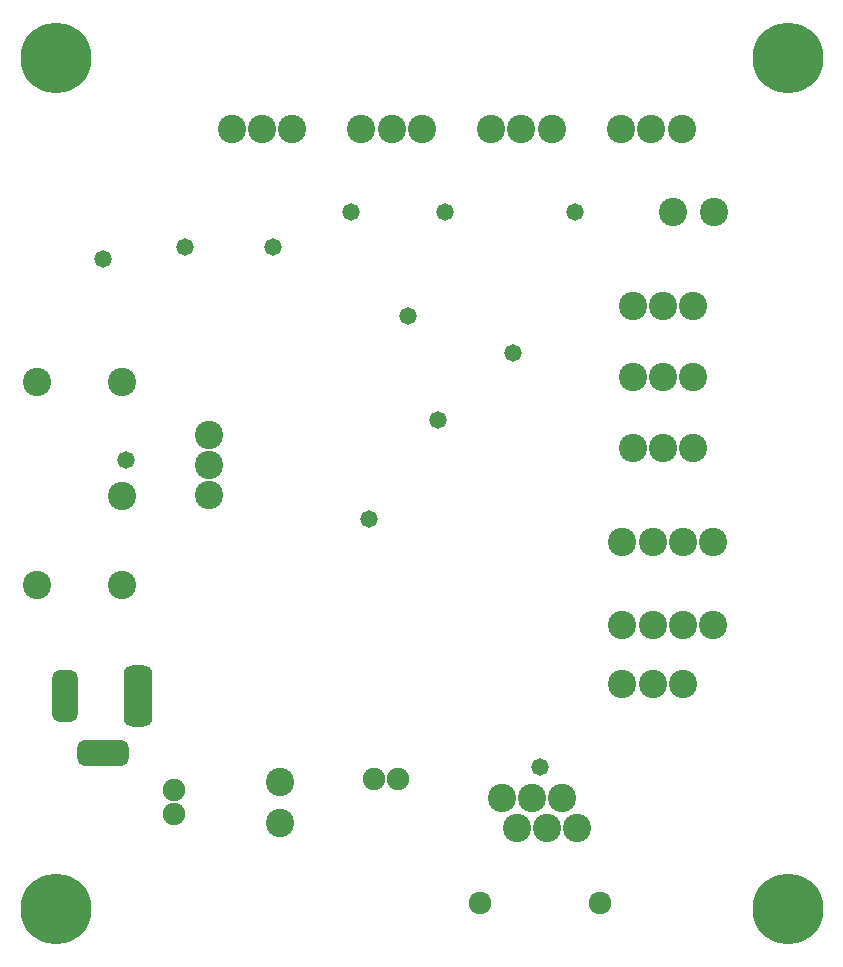
<source format=gbs>
%FSLAX44Y44*%
%MOMM*%
G71*
G01*
G75*
G04 Layer_Color=16711935*
%ADD10R,0.6000X1.0000*%
%ADD11R,1.4500X1.8000*%
%ADD12R,2.1590X2.7430*%
%ADD13R,1.5200X1.6800*%
%ADD14R,1.4000X1.0000*%
%ADD15R,0.6000X2.0000*%
%ADD16O,0.6000X2.0000*%
%ADD17R,1.0000X0.6000*%
%ADD18R,1.5000X2.0000*%
%ADD19C,1.0000*%
%ADD20C,0.3000*%
%ADD21C,0.2580*%
%ADD22R,3.8000X2.0000*%
%ADD23C,2.0000*%
%ADD24C,1.5240*%
G04:AMPARAMS|DCode=25|XSize=4.8mm|YSize=2mm|CornerRadius=0.5mm|HoleSize=0mm|Usage=FLASHONLY|Rotation=270.000|XOffset=0mm|YOffset=0mm|HoleType=Round|Shape=RoundedRectangle|*
%AMROUNDEDRECTD25*
21,1,4.8000,1.0000,0,0,270.0*
21,1,3.8000,2.0000,0,0,270.0*
1,1,1.0000,-0.5000,-1.9000*
1,1,1.0000,-0.5000,1.9000*
1,1,1.0000,0.5000,1.9000*
1,1,1.0000,0.5000,-1.9000*
%
%ADD25ROUNDEDRECTD25*%
G04:AMPARAMS|DCode=26|XSize=4mm|YSize=1.8mm|CornerRadius=0.45mm|HoleSize=0mm|Usage=FLASHONLY|Rotation=270.000|XOffset=0mm|YOffset=0mm|HoleType=Round|Shape=RoundedRectangle|*
%AMROUNDEDRECTD26*
21,1,4.0000,0.9000,0,0,270.0*
21,1,3.1000,1.8000,0,0,270.0*
1,1,0.9000,-0.4500,-1.5500*
1,1,0.9000,-0.4500,1.5500*
1,1,0.9000,0.4500,1.5500*
1,1,0.9000,0.4500,-1.5500*
%
%ADD26ROUNDEDRECTD26*%
G04:AMPARAMS|DCode=27|XSize=4mm|YSize=1.8mm|CornerRadius=0.45mm|HoleSize=0mm|Usage=FLASHONLY|Rotation=0.000|XOffset=0mm|YOffset=0mm|HoleType=Round|Shape=RoundedRectangle|*
%AMROUNDEDRECTD27*
21,1,4.0000,0.9000,0,0,0.0*
21,1,3.1000,1.8000,0,0,0.0*
1,1,0.9000,1.5500,-0.4500*
1,1,0.9000,-1.5500,-0.4500*
1,1,0.9000,-1.5500,0.4500*
1,1,0.9000,1.5500,0.4500*
%
%ADD27ROUNDEDRECTD27*%
%ADD28C,1.5000*%
%ADD29C,4.0000*%
%ADD30C,1.2700*%
%ADD31C,0.2000*%
%ADD32C,0.2540*%
%ADD33C,0.1000*%
%ADD34R,1.1000X2.0000*%
%ADD35R,2.0000X1.1000*%
%ADD36R,0.5000X1.0000*%
%ADD37R,1.0000X0.5000*%
%ADD38R,1.0000X1.4000*%
%ADD39R,1.8500X2.2000*%
%ADD40R,2.5590X3.1430*%
%ADD41R,1.9200X2.0800*%
%ADD42R,1.8000X1.4000*%
%ADD43R,1.0000X2.4000*%
%ADD44O,1.0000X2.4000*%
%ADD45R,1.4000X1.0000*%
%ADD46R,1.9000X2.4000*%
%ADD47R,4.2000X2.4000*%
%ADD48C,2.4000*%
%ADD49C,1.9240*%
G04:AMPARAMS|DCode=50|XSize=5.2mm|YSize=2.4mm|CornerRadius=0.7mm|HoleSize=0mm|Usage=FLASHONLY|Rotation=270.000|XOffset=0mm|YOffset=0mm|HoleType=Round|Shape=RoundedRectangle|*
%AMROUNDEDRECTD50*
21,1,5.2000,1.0000,0,0,270.0*
21,1,3.8000,2.4000,0,0,270.0*
1,1,1.4000,-0.5000,-1.9000*
1,1,1.4000,-0.5000,1.9000*
1,1,1.4000,0.5000,1.9000*
1,1,1.4000,0.5000,-1.9000*
%
%ADD50ROUNDEDRECTD50*%
G04:AMPARAMS|DCode=51|XSize=4.4mm|YSize=2.2mm|CornerRadius=0.65mm|HoleSize=0mm|Usage=FLASHONLY|Rotation=270.000|XOffset=0mm|YOffset=0mm|HoleType=Round|Shape=RoundedRectangle|*
%AMROUNDEDRECTD51*
21,1,4.4000,0.9000,0,0,270.0*
21,1,3.1000,2.2000,0,0,270.0*
1,1,1.3000,-0.4500,-1.5500*
1,1,1.3000,-0.4500,1.5500*
1,1,1.3000,0.4500,1.5500*
1,1,1.3000,0.4500,-1.5500*
%
%ADD51ROUNDEDRECTD51*%
G04:AMPARAMS|DCode=52|XSize=4.4mm|YSize=2.2mm|CornerRadius=0.65mm|HoleSize=0mm|Usage=FLASHONLY|Rotation=0.000|XOffset=0mm|YOffset=0mm|HoleType=Round|Shape=RoundedRectangle|*
%AMROUNDEDRECTD52*
21,1,4.4000,0.9000,0,0,0.0*
21,1,3.1000,2.2000,0,0,0.0*
1,1,1.3000,1.5500,-0.4500*
1,1,1.3000,-1.5500,-0.4500*
1,1,1.3000,-1.5500,0.4500*
1,1,1.3000,1.5500,0.4500*
%
%ADD52ROUNDEDRECTD52*%
%ADD53C,1.9000*%
%ADD54C,6.0000*%
%ADD55C,1.4732*%
D48*
X180000Y451000D02*
D03*
Y425500D02*
D03*
Y400000D02*
D03*
X199000Y710000D02*
D03*
X224500D02*
D03*
X250000D02*
D03*
X309000D02*
D03*
X334500D02*
D03*
X360000D02*
D03*
X470000D02*
D03*
X444500D02*
D03*
X419000D02*
D03*
X580000D02*
D03*
X554500D02*
D03*
X529000D02*
D03*
X572500Y640000D02*
D03*
X607500D02*
D03*
X479050Y143250D02*
D03*
X453650D02*
D03*
X466350Y117850D02*
D03*
X491750D02*
D03*
X440950D02*
D03*
X428250Y143250D02*
D03*
X240000Y157500D02*
D03*
Y122500D02*
D03*
X106000Y324000D02*
D03*
Y496000D02*
D03*
X34000D02*
D03*
Y324000D02*
D03*
X106000Y399000D02*
D03*
X590000Y560000D02*
D03*
X564500D02*
D03*
X539000D02*
D03*
X590000Y500000D02*
D03*
X564500D02*
D03*
X539000D02*
D03*
X590000Y440000D02*
D03*
X564500D02*
D03*
X539000D02*
D03*
X581000Y360000D02*
D03*
X606500Y360000D02*
D03*
X555500Y360000D02*
D03*
X530000D02*
D03*
X581000Y290000D02*
D03*
X606500Y290000D02*
D03*
X555500Y290000D02*
D03*
X530000D02*
D03*
X555500Y240000D02*
D03*
X530000D02*
D03*
X581000D02*
D03*
D49*
X409200Y54350D02*
D03*
X510800D02*
D03*
D50*
X120000Y230000D02*
D03*
D51*
X58000D02*
D03*
D52*
X90000Y182000D02*
D03*
D53*
X340000Y160000D02*
D03*
X320000D02*
D03*
X150000Y150000D02*
D03*
Y130000D02*
D03*
D54*
X670000Y50000D02*
D03*
X50000D02*
D03*
Y770000D02*
D03*
X670000D02*
D03*
D55*
X348500Y551500D02*
D03*
X437400Y520000D02*
D03*
X234500Y610000D02*
D03*
X315000Y380000D02*
D03*
X373900Y463900D02*
D03*
X110000Y430000D02*
D03*
X90000Y600000D02*
D03*
X460000Y170000D02*
D03*
X300000Y640000D02*
D03*
X490000D02*
D03*
X380000D02*
D03*
X160000Y610000D02*
D03*
M02*

</source>
